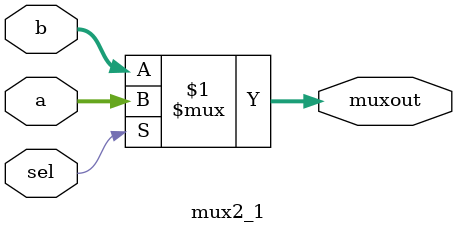
<source format=v>
module mux2_1(a,b,sel,muxout);
	input [15:0]a;
	input [15:0]b;
	input sel;
	output [15:0]muxout;
	
	assign muxout = (sel) ? a: b;
endmodule
</source>
